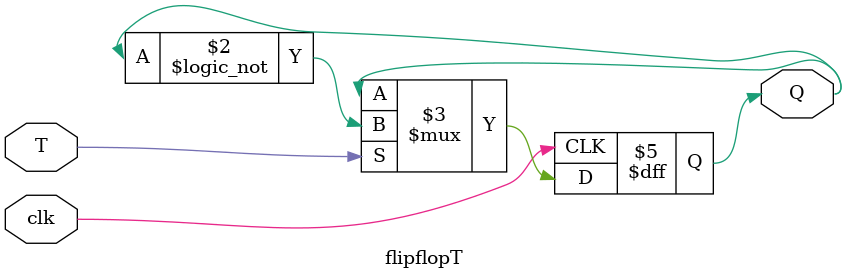
<source format=v>
module flipflopT(T, clk, Q);
    input T, clk;
    output reg Q;
    
    always @(posedge clk)
    begin
    if (T)
   	 Q <= !Q;
    end
endmodule 
</source>
